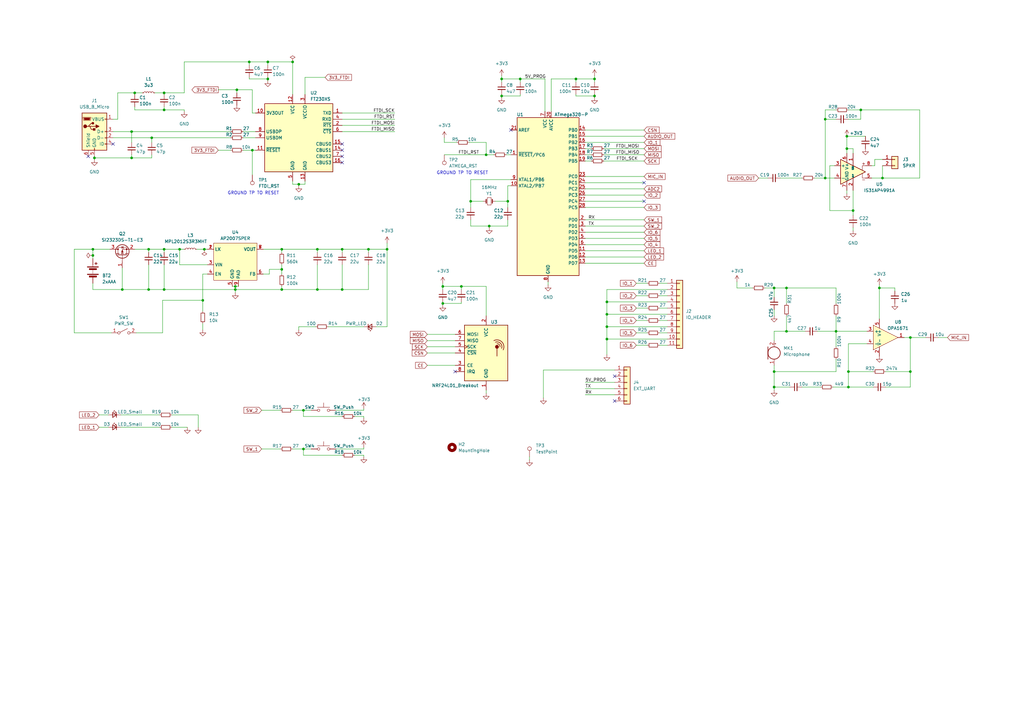
<source format=kicad_sch>
(kicad_sch (version 20231120) (generator "eeschema") (generator_version "8.0")
  (paper "A3")
  (title_block (title "Walkie Talkie") (date "2024-02-25") (rev "A") (company "stojchevski.com"))
  (junction (at 50.165 118.745))
  (junction (at 103.505 61.595))
  (junction (at 53.975 64.77))
  (junction (at 322.58 118.11))
  (junction (at 317.5 152.4))
  (junction (at 373.38 152.4))
  (junction (at 193.04 82.55))
  (junction (at 347.98 158.75))
  (junction (at 124.46 184.15))
  (junction (at 96.52 117.475))
  (junction (at 130.175 102.235))
  (junction (at 248.92 128.905))
  (junction (at 122.555 75.565))
  (junction (at 361.95 73.025))
  (junction (at 115.57 110.49))
  (junction (at 60.96 102.235))
  (junction (at 115.57 102.235))
  (junction (at 248.92 139.065))
  (junction (at 83.185 123.19))
  (junction (at 120.015 25.4))
  (junction (at 248.92 133.985))
  (junction (at 322.58 135.89))
  (junction (at 67.31 45.085))
  (junction (at 38.1 104.775))
  (junction (at 317.5 118.11))
  (junction (at 243.84 39.37))
  (junction (at 83.82 102.235))
  (junction (at 97.155 36.83))
  (junction (at 140.335 102.235))
  (junction (at 130.175 118.745))
  (junction (at 342.9 135.89))
  (junction (at 338.455 48.895))
  (junction (at 205.74 39.37))
  (junction (at 373.38 138.43))
  (junction (at 317.5 158.75))
  (junction (at 38.735 64.77))
  (junction (at 236.22 32.385))
  (junction (at 349.885 86.36))
  (junction (at 102.235 25.4))
  (junction (at 158.75 102.235))
  (junction (at 109.855 32.385))
  (junction (at 347.98 152.4))
  (junction (at 73.66 102.235))
  (junction (at 200.66 92.71))
  (junction (at 151.13 102.235))
  (junction (at 347.345 60.96))
  (junction (at 115.57 118.745))
  (junction (at 213.36 32.385))
  (junction (at 67.31 102.235))
  (junction (at 338.455 73.025))
  (junction (at 189.23 117.475))
  (junction (at 109.855 25.4))
  (junction (at 124.46 168.275))
  (junction (at 248.92 123.825))
  (junction (at 140.335 118.745))
  (junction (at 208.28 82.55))
  (junction (at 67.31 38.1))
  (junction (at 62.23 56.515))
  (junction (at 347.345 55.88))
  (junction (at 181.61 117.475))
  (junction (at 53.975 53.975))
  (junction (at 67.31 118.745))
  (junction (at 360.68 118.11))
  (junction (at 205.74 32.385))
  (junction (at 353.06 45.085))
  (junction (at 55.245 38.1))
  (junction (at 199.39 63.5))
  (junction (at 243.84 32.385))
  (junction (at 96.52 118.745))
  (junction (at 60.96 118.745))
  (junction (at 181.61 124.46))
  (junction (at 38.1 102.235))
  (no_connect (at 186.69 152.4))
  (no_connect (at 140.335 59.055))
  (no_connect (at 140.335 66.675))
  (no_connect (at 264.16 74.93))
  (no_connect (at 252.095 154.305))
  (no_connect (at 252.095 164.465))
  (no_connect (at 46.355 59.055))
  (no_connect (at 140.335 61.595))
  (no_connect (at 264.16 82.55))
  (no_connect (at 209.55 53.34))
  (no_connect (at 36.195 64.135))
  (no_connect (at 140.335 64.135))
  (wire (pts (xy 338.455 45.085) (xy 342.9 45.085)))
  (wire (pts (xy 347.345 60.96) (xy 347.345 62.865)))
  (wire (pts (xy 55.245 45.085) (xy 67.31 45.085)))
  (wire (pts (xy 199.39 58.42) (xy 199.39 63.5)))
  (wire (pts (xy 317.5 149.86) (xy 317.5 152.4)))
  (wire (pts (xy 110.49 112.395) (xy 107.95 112.395)))
  (wire (pts (xy 248.92 133.985) (xy 248.92 139.065)))
  (wire (pts (xy 240.03 66.04) (xy 242.57 66.04)))
  (wire (pts (xy 83.185 127.635) (xy 83.185 123.19)))
  (wire (pts (xy 240.03 58.42) (xy 264.16 58.42)))
  (wire (pts (xy 349.885 86.36) (xy 349.885 78.105)))
  (wire (pts (xy 247.65 60.96) (xy 264.16 60.96)))
  (wire (pts (xy 205.74 31.115) (xy 205.74 32.385)))
  (wire (pts (xy 373.38 152.4) (xy 373.38 138.43)))
  (wire (pts (xy 149.225 167.64) (xy 149.225 168.275)))
  (wire (pts (xy 317.5 135.89) (xy 322.58 135.89)))
  (wire (pts (xy 248.92 128.905) (xy 273.685 128.905)))
  (wire (pts (xy 115.57 117.475) (xy 115.57 118.745)))
  (wire (pts (xy 81.28 170.18) (xy 81.28 175.26)))
  (wire (pts (xy 107.315 184.15) (xy 114.935 184.15)))
  (wire (pts (xy 358.14 158.75) (xy 347.98 158.75)))
  (wire (pts (xy 38.1 102.235) (xy 45.085 102.235)))
  (wire (pts (xy 317.5 118.11) (xy 317.5 121.92)))
  (wire (pts (xy 73.66 102.235) (xy 73.66 108.585)))
  (wire (pts (xy 205.74 39.37) (xy 205.74 40.005)))
  (wire (pts (xy 302.26 118.11) (xy 308.61 118.11)))
  (wire (pts (xy 347.98 48.895) (xy 353.06 48.895)))
  (wire (pts (xy 99.695 56.515) (xy 104.775 56.515)))
  (wire (pts (xy 124.46 186.69) (xy 140.335 186.69)))
  (wire (pts (xy 208.28 92.71) (xy 200.66 92.71)))
  (wire (pts (xy 338.455 48.895) (xy 342.9 48.895)))
  (wire (pts (xy 240.03 60.96) (xy 242.57 60.96)))
  (wire (pts (xy 205.74 32.385) (xy 205.74 33.655)))
  (wire (pts (xy 240.03 63.5) (xy 242.57 63.5)))
  (wire (pts (xy 66.675 136.525) (xy 66.675 123.19)))
  (wire (pts (xy 70.485 170.18) (xy 81.28 170.18)))
  (wire (pts (xy 347.345 55.88) (xy 347.345 60.96)))
  (wire (pts (xy 97.155 36.83) (xy 97.155 38.1)))
  (wire (pts (xy 97.155 36.83) (xy 103.505 36.83)))
  (wire (pts (xy 205.74 39.37) (xy 213.36 39.37)))
  (wire (pts (xy 264.16 72.39) (xy 240.03 72.39)))
  (wire (pts (xy 358.775 67.945) (xy 357.505 67.945)))
  (wire (pts (xy 240.03 161.925) (xy 252.095 161.925)))
  (wire (pts (xy 205.74 32.385) (xy 213.36 32.385)))
  (wire (pts (xy 209.55 76.2) (xy 208.28 76.2)))
  (wire (pts (xy 151.13 102.235) (xy 158.75 102.235)))
  (wire (pts (xy 149.225 170.815) (xy 149.225 171.45)))
  (wire (pts (xy 182.245 58.42) (xy 187.325 58.42)))
  (wire (pts (xy 151.13 102.235) (xy 151.13 103.505)))
  (wire (pts (xy 145.415 186.69) (xy 149.225 186.69)))
  (wire (pts (xy 83.185 132.715) (xy 83.185 135.255)))
  (wire (pts (xy 240.03 85.09) (xy 264.16 85.09)))
  (wire (pts (xy 149.225 186.69) (xy 149.225 187.325)))
  (wire (pts (xy 107.315 168.275) (xy 114.935 168.275)))
  (wire (pts (xy 181.61 117.475) (xy 189.23 117.475)))
  (wire (pts (xy 53.975 53.975) (xy 53.975 58.42)))
  (wire (pts (xy 208.28 82.55) (xy 203.2 82.55)))
  (wire (pts (xy 342.9 118.11) (xy 342.9 124.46)))
  (wire (pts (xy 240.03 74.93) (xy 264.16 74.93)))
  (wire (pts (xy 53.975 64.77) (xy 38.735 64.77)))
  (wire (pts (xy 223.52 32.385) (xy 223.52 45.72)))
  (wire (pts (xy 89.535 36.83) (xy 97.155 36.83)))
  (wire (pts (xy 96.52 117.475) (xy 97.79 117.475)))
  (wire (pts (xy 373.38 158.75) (xy 363.22 158.75)))
  (wire (pts (xy 248.92 123.825) (xy 248.92 128.905)))
  (wire (pts (xy 175.26 144.78) (xy 186.69 144.78)))
  (wire (pts (xy 207.645 63.5) (xy 209.55 63.5)))
  (wire (pts (xy 46.355 53.975) (xy 53.975 53.975)))
  (wire (pts (xy 347.98 152.4) (xy 347.98 158.75)))
  (wire (pts (xy 60.96 102.235) (xy 67.31 102.235)))
  (wire (pts (xy 120.015 74.295) (xy 120.015 75.565)))
  (wire (pts (xy 247.65 63.5) (xy 264.16 63.5)))
  (wire (pts (xy 240.03 102.87) (xy 264.16 102.87)))
  (wire (pts (xy 340.36 86.36) (xy 349.885 86.36)))
  (wire (pts (xy 347.345 78.105) (xy 347.345 79.375)))
  (wire (pts (xy 115.57 118.745) (xy 130.175 118.745)))
  (wire (pts (xy 354.965 55.88) (xy 347.345 55.88)))
  (wire (pts (xy 49.53 175.26) (xy 65.405 175.26)))
  (wire (pts (xy 361.95 67.945) (xy 361.95 73.025)))
  (wire (pts (xy 189.23 117.475) (xy 189.23 118.745)))
  (wire (pts (xy 349.885 86.36) (xy 349.885 88.265)))
  (wire (pts (xy 243.84 31.115) (xy 243.84 32.385)))
  (wire (pts (xy 67.31 45.085) (xy 75.565 45.085)))
  (wire (pts (xy 48.26 38.1) (xy 48.26 48.895)))
  (wire (pts (xy 342.9 129.54) (xy 342.9 135.89)))
  (wire (pts (xy 355.6 140.97) (xy 347.98 140.97)))
  (wire (pts (xy 341.63 158.75) (xy 347.98 158.75)))
  (wire (pts (xy 240.03 53.34) (xy 264.16 53.34)))
  (wire (pts (xy 124.46 184.15) (xy 127.635 184.15)))
  (wire (pts (xy 240.03 105.41) (xy 264.16 105.41)))
  (wire (pts (xy 96.52 118.745) (xy 96.52 120.015)))
  (wire (pts (xy 361.95 73.025) (xy 357.505 73.025)))
  (wire (pts (xy 317.5 158.75) (xy 323.85 158.75)))
  (wire (pts (xy 240.03 80.01) (xy 264.16 80.01)))
  (wire (pts (xy 322.58 129.54) (xy 322.58 135.89)))
  (wire (pts (xy 373.38 138.43) (xy 379.73 138.43)))
  (wire (pts (xy 50.165 109.855) (xy 50.165 118.745)))
  (wire (pts (xy 338.455 48.895) (xy 338.455 45.085)))
  (wire (pts (xy 96.52 118.745) (xy 115.57 118.745)))
  (wire (pts (xy 373.38 152.4) (xy 373.38 158.75)))
  (wire (pts (xy 62.23 56.515) (xy 62.23 58.42)))
  (wire (pts (xy 60.96 108.585) (xy 60.96 118.745)))
  (wire (pts (xy 99.695 53.975) (xy 104.775 53.975)))
  (wire (pts (xy 317.5 139.7) (xy 317.5 135.89)))
  (wire (pts (xy 124.46 184.15) (xy 124.46 186.69)))
  (wire (pts (xy 247.65 66.04) (xy 264.16 66.04)))
  (wire (pts (xy 240.03 107.95) (xy 264.16 107.95)))
  (wire (pts (xy 96.52 118.745) (xy 96.52 117.475)))
  (wire (pts (xy 115.57 102.235) (xy 115.57 103.505)))
  (wire (pts (xy 122.555 133.985) (xy 122.555 135.255)))
  (wire (pts (xy 181.61 117.475) (xy 181.61 118.745)))
  (wire (pts (xy 83.82 102.235) (xy 85.09 102.235)))
  (wire (pts (xy 347.98 140.97) (xy 347.98 152.4)))
  (wire (pts (xy 377.19 73.025) (xy 361.95 73.025)))
  (wire (pts (xy 199.39 117.475) (xy 199.39 129.54)))
  (wire (pts (xy 209.55 73.66) (xy 193.04 73.66)))
  (wire (pts (xy 175.26 137.16) (xy 186.69 137.16)))
  (wire (pts (xy 140.335 48.895) (xy 161.925 48.895)))
  (wire (pts (xy 55.245 38.1) (xy 55.245 38.735)))
  (wire (pts (xy 349.885 62.865) (xy 349.885 60.96)))
  (wire (pts (xy 49.53 170.18) (xy 65.405 170.18)))
  (wire (pts (xy 67.31 118.745) (xy 96.52 118.745)))
  (wire (pts (xy 30.48 136.525) (xy 45.72 136.525)))
  (wire (pts (xy 48.26 48.895) (xy 46.355 48.895)))
  (wire (pts (xy 124.46 170.815) (xy 140.335 170.815)))
  (wire (pts (xy 125.095 31.75) (xy 125.095 38.735)))
  (wire (pts (xy 347.98 45.085) (xy 353.06 45.085)))
  (wire (pts (xy 62.23 64.77) (xy 53.975 64.77)))
  (wire (pts (xy 67.31 108.585) (xy 67.31 118.745)))
  (wire (pts (xy 240.03 92.71) (xy 264.16 92.71)))
  (wire (pts (xy 213.36 32.385) (xy 223.52 32.385)))
  (wire (pts (xy 120.015 184.15) (xy 124.46 184.15)))
  (wire (pts (xy 270.51 116.205) (xy 273.685 116.205)))
  (wire (pts (xy 338.455 48.895) (xy 338.455 73.025)))
  (wire (pts (xy 95.25 117.475) (xy 96.52 117.475)))
  (wire (pts (xy 125.095 74.295) (xy 125.095 75.565)))
  (wire (pts (xy 213.36 39.37) (xy 213.36 38.735)))
  (wire (pts (xy 181.61 116.205) (xy 181.61 117.475)))
  (wire (pts (xy 342.9 135.89) (xy 355.6 135.89)))
  (wire (pts (xy 248.92 139.065) (xy 248.92 145.415)))
  (wire (pts (xy 349.885 60.96) (xy 347.345 60.96)))
  (wire (pts (xy 317.5 158.75) (xy 317.5 160.02)))
  (wire (pts (xy 66.675 123.19) (xy 83.185 123.19)))
  (wire (pts (xy 75.565 38.1) (xy 75.565 25.4)))
  (wire (pts (xy 75.565 25.4) (xy 102.235 25.4)))
  (wire (pts (xy 89.535 61.595) (xy 94.615 61.595)))
  (wire (pts (xy 67.31 38.1) (xy 75.565 38.1)))
  (wire (pts (xy 38.1 118.745) (xy 50.165 118.745)))
  (wire (pts (xy 240.03 82.55) (xy 264.16 82.55)))
  (wire (pts (xy 240.03 159.385) (xy 252.095 159.385)))
  (wire (pts (xy 140.335 51.435) (xy 161.925 51.435)))
  (wire (pts (xy 199.39 63.5) (xy 202.565 63.5)))
  (wire (pts (xy 130.175 118.745) (xy 140.335 118.745)))
  (wire (pts (xy 317.5 127) (xy 317.5 129.54)))
  (wire (pts (xy 73.66 102.235) (xy 75.565 102.235)))
  (wire (pts (xy 38.1 116.205) (xy 38.1 118.745)))
  (wire (pts (xy 270.51 136.525) (xy 273.685 136.525)))
  (wire (pts (xy 102.235 25.4) (xy 109.855 25.4)))
  (wire (pts (xy 124.46 168.275) (xy 127.635 168.275)))
  (wire (pts (xy 30.48 102.235) (xy 30.48 136.525)))
  (wire (pts (xy 67.31 102.235) (xy 67.31 103.505)))
  (wire (pts (xy 313.69 118.11) (xy 317.5 118.11)))
  (wire (pts (xy 46.355 56.515) (xy 62.23 56.515)))
  (wire (pts (xy 193.04 82.55) (xy 198.12 82.55)))
  (wire (pts (xy 80.645 102.235) (xy 83.82 102.235)))
  (wire (pts (xy 149.225 183.515) (xy 149.225 184.15)))
  (wire (pts (xy 342.9 152.4) (xy 342.9 147.32)))
  (wire (pts (xy 115.57 102.235) (xy 130.175 102.235)))
  (wire (pts (xy 109.855 25.4) (xy 109.855 26.67)))
  (wire (pts (xy 53.975 53.975) (xy 94.615 53.975)))
  (wire (pts (xy 133.35 31.75) (xy 125.095 31.75)))
  (wire (pts (xy 260.985 121.285) (xy 265.43 121.285)))
  (wire (pts (xy 240.03 77.47) (xy 264.16 77.47)))
  (wire (pts (xy 130.175 102.235) (xy 130.175 103.505)))
  (wire (pts (xy 175.26 149.86) (xy 186.69 149.86)))
  (wire (pts (xy 205.74 38.735) (xy 205.74 39.37)))
  (wire (pts (xy 236.22 32.385) (xy 236.22 33.655)))
  (wire (pts (xy 154.305 133.985) (xy 158.75 133.985)))
  (wire (pts (xy 226.06 32.385) (xy 226.06 45.72)))
  (wire (pts (xy 384.81 138.43) (xy 388.62 138.43)))
  (wire (pts (xy 273.685 118.745) (xy 248.92 118.745)))
  (wire (pts (xy 240.03 97.79) (xy 264.16 97.79)))
  (wire (pts (xy 115.57 110.49) (xy 115.57 112.395)))
  (wire (pts (xy 103.505 61.595) (xy 103.505 71.755)))
  (wire (pts (xy 75.565 45.72) (xy 75.565 45.085)))
  (wire (pts (xy 103.505 46.355) (xy 104.775 46.355)))
  (wire (pts (xy 124.46 168.275) (xy 124.46 170.815)))
  (wire (pts (xy 270.51 131.445) (xy 273.685 131.445)))
  (wire (pts (xy 236.22 39.37) (xy 236.22 38.735)))
  (wire (pts (xy 193.04 82.55) (xy 193.04 85.09)))
  (wire (pts (xy 40.64 170.18) (xy 44.45 170.18)))
  (wire (pts (xy 102.235 32.385) (xy 109.855 32.385)))
  (wire (pts (xy 320.04 73.025) (xy 328.93 73.025)))
  (wire (pts (xy 373.38 138.43) (xy 370.84 138.43)))
  (wire (pts (xy 149.225 168.275) (xy 137.795 168.275)))
  (wire (pts (xy 129.54 133.985) (xy 122.555 133.985)))
  (wire (pts (xy 55.245 43.815) (xy 55.245 45.085)))
  (wire (pts (xy 189.23 124.46) (xy 189.23 123.825)))
  (wire (pts (xy 53.975 63.5) (xy 53.975 64.77)))
  (wire (pts (xy 193.04 73.66) (xy 193.04 82.55)))
  (wire (pts (xy 347.98 152.4) (xy 358.14 152.4)))
  (wire (pts (xy 260.985 126.365) (xy 265.43 126.365)))
  (wire (pts (xy 140.335 46.355) (xy 161.925 46.355)))
  (wire (pts (xy 248.92 139.065) (xy 273.685 139.065)))
  (wire (pts (xy 334.01 73.025) (xy 338.455 73.025)))
  (wire (pts (xy 182.245 56.515) (xy 182.245 58.42)))
  (wire (pts (xy 50.165 118.745) (xy 60.96 118.745)))
  (wire (pts (xy 182.245 63.5) (xy 199.39 63.5)))
  (wire (pts (xy 248.92 118.745) (xy 248.92 123.825)))
  (wire (pts (xy 353.06 48.895) (xy 353.06 45.085)))
  (wire (pts (xy 222.885 151.765) (xy 222.885 163.195)))
  (wire (pts (xy 30.48 102.235) (xy 38.1 102.235)))
  (wire (pts (xy 73.66 108.585) (xy 85.09 108.585)))
  (wire (pts (xy 107.95 102.235) (xy 115.57 102.235)))
  (wire (pts (xy 60.96 102.235) (xy 60.96 103.505)))
  (wire (pts (xy 260.985 141.605) (xy 265.43 141.605)))
  (wire (pts (xy 248.92 128.905) (xy 248.92 133.985)))
  (wire (pts (xy 317.5 152.4) (xy 342.9 152.4)))
  (wire (pts (xy 243.84 39.37) (xy 243.84 40.005)))
  (wire (pts (xy 311.15 73.025) (xy 314.96 73.025)))
  (wire (pts (xy 158.75 99.695) (xy 158.75 102.235)))
  (wire (pts (xy 248.92 123.825) (xy 273.685 123.825)))
  (wire (pts (xy 200.66 92.71) (xy 200.66 93.345)))
  (wire (pts (xy 103.505 36.83) (xy 103.505 46.355)))
  (wire (pts (xy 240.03 100.33) (xy 264.16 100.33)))
  (wire (pts (xy 99.695 61.595) (xy 103.505 61.595)))
  (wire (pts (xy 109.855 32.385) (xy 109.855 31.75)))
  (wire (pts (xy 38.1 104.775) (xy 38.1 106.045)))
  (wire (pts (xy 140.335 108.585) (xy 140.335 118.745)))
  (wire (pts (xy 360.68 118.11) (xy 360.68 130.81)))
  (wire (pts (xy 193.04 92.71) (xy 200.66 92.71)))
  (wire (pts (xy 63.5 38.1) (xy 67.31 38.1)))
  (wire (pts (xy 358.775 65.405) (xy 358.775 67.945)))
  (wire (pts (xy 140.335 102.235) (xy 140.335 103.505)))
  (wire (pts (xy 367.03 118.11) (xy 360.68 118.11)))
  (wire (pts (xy 252.095 151.765) (xy 222.885 151.765)))
  (wire (pts (xy 322.58 135.89) (xy 330.2 135.89)))
  (wire (pts (xy 353.06 45.085) (xy 377.19 45.085)))
  (wire (pts (xy 115.57 108.585) (xy 115.57 110.49)))
  (wire (pts (xy 175.26 139.7) (xy 186.69 139.7)))
  (wire (pts (xy 125.095 75.565) (xy 122.555 75.565)))
  (wire (pts (xy 62.23 56.515) (xy 94.615 56.515)))
  (wire (pts (xy 38.1 102.235) (xy 38.1 104.775)))
  (wire (pts (xy 175.26 142.24) (xy 186.69 142.24)))
  (wire (pts (xy 192.405 58.42) (xy 199.39 58.42)))
  (wire (pts (xy 67.31 38.1) (xy 67.31 38.735)))
  (wire (pts (xy 120.015 25.4) (xy 120.015 38.735)))
  (wire (pts (xy 120.015 168.275) (xy 124.46 168.275)))
  (wire (pts (xy 55.245 38.1) (xy 58.42 38.1)))
  (wire (pts (xy 338.455 73.025) (xy 342.265 73.025)))
  (wire (pts (xy 270.51 121.285) (xy 273.685 121.285)))
  (wire (pts (xy 83.185 112.395) (xy 85.09 112.395)))
  (wire (pts (xy 38.735 64.77) (xy 38.735 65.405)))
  (wire (pts (xy 240.03 55.88) (xy 264.16 55.88)))
  (wire (pts (xy 189.23 117.475) (xy 199.39 117.475)))
  (wire (pts (xy 361.95 65.405) (xy 358.775 65.405)))
  (wire (pts (xy 322.58 118.11) (xy 322.58 124.46)))
  (wire (pts (xy 55.245 102.235) (xy 60.96 102.235)))
  (wire (pts (xy 317.5 152.4) (xy 317.5 158.75)))
  (wire (pts (xy 240.03 95.25) (xy 264.16 95.25)))
  (wire (pts (xy 260.985 136.525) (xy 265.43 136.525)))
  (wire (pts (xy 208.28 90.17) (xy 208.28 92.71)))
  (wire (pts (xy 342.265 67.945) (xy 340.36 67.945)))
  (wire (pts (xy 140.335 53.975) (xy 161.925 53.975)))
  (wire (pts (xy 193.04 90.17) (xy 193.04 92.71)))
  (wire (pts (xy 38.735 64.135) (xy 38.735 64.77)))
  (wire (pts (xy 115.57 110.49) (xy 110.49 110.49)))
  (wire (pts (xy 236.22 32.385) (xy 226.06 32.385)))
  (wire (pts (xy 248.92 133.985) (xy 273.685 133.985)))
  (wire (pts (xy 40.64 175.26) (xy 44.45 175.26)))
  (wire (pts (xy 151.13 118.745) (xy 140.335 118.745)))
  (wire (pts (xy 151.13 108.585) (xy 151.13 118.745)))
  (wire (pts (xy 363.22 152.4) (xy 373.38 152.4)))
  (wire (pts (xy 60.96 118.745) (xy 67.31 118.745)))
  (wire (pts (xy 48.26 38.1) (xy 55.245 38.1)))
  (wire (pts (xy 335.28 135.89) (xy 342.9 135.89)))
  (wire (pts (xy 120.015 75.565) (xy 122.555 75.565)))
  (wire (pts (xy 302.26 115.57) (xy 302.26 118.11)))
  (wire (pts (xy 243.84 38.735) (xy 243.84 39.37)))
  (wire (pts (xy 67.31 102.235) (xy 73.66 102.235)))
  (wire (pts (xy 62.23 63.5) (xy 62.23 64.77)))
  (wire (pts (xy 224.79 115.57) (xy 224.79 116.84)))
  (wire (pts (xy 240.03 156.845) (xy 252.095 156.845)))
  (wire (pts (xy 149.225 184.15) (xy 137.795 184.15)))
  (wire (pts (xy 110.49 110.49) (xy 110.49 112.395)))
  (wire (pts (xy 103.505 61.595) (xy 104.775 61.595)))
  (wire (pts (xy 377.19 45.085) (xy 377.19 73.025)))
  (wire (pts (xy 181.61 123.825) (xy 181.61 124.46)))
  (wire (pts (xy 55.88 136.525) (xy 66.675 136.525)))
  (wire (pts (xy 340.36 67.945) (xy 340.36 86.36)))
  (wire (pts (xy 349.885 93.345) (xy 349.885 94.615)))
  (wire (pts (xy 67.31 43.815) (xy 67.31 45.085)))
  (wire (pts (xy 109.855 25.4) (xy 120.015 25.4)))
  (wire (pts (xy 243.84 32.385) (xy 243.84 33.655)))
  (wire (pts (xy 181.61 124.46) (xy 181.61 125.095)))
  (wire (pts (xy 260.985 131.445) (xy 265.43 131.445)))
  (wire (pts (xy 208.28 82.55) (xy 208.28 85.09)))
  (wire (pts (xy 208.28 76.2) (xy 208.28 82.55)))
  (wire (pts (xy 213.36 32.385) (xy 213.36 33.655)))
  (wire (pts (xy 342.9 142.24) (xy 342.9 135.89)))
  (wire (pts (xy 130.175 108.585) (xy 130.175 118.745)))
  (wire (pts (xy 240.03 90.17) (xy 264.16 90.17)))
  (wire (pts (xy 181.61 124.46) (xy 189.23 124.46)))
  (wire (pts (xy 270.51 141.605) (xy 273.685 141.605)))
  (wire (pts (xy 260.985 116.205) (xy 265.43 116.205)))
  (wire (pts (xy 328.93 158.75) (xy 336.55 158.75)))
  (wire (pts (xy 270.51 126.365) (xy 273.685 126.365)))
  (wire (pts (xy 122.555 76.2) (xy 122.555 75.565)))
  (wire (pts (xy 360.68 116.84) (xy 360.68 118.11)))
  (wire (pts (xy 145.415 170.815) (xy 149.225 170.815)))
  (wire (pts (xy 130.175 102.235) (xy 140.335 102.235)))
  (wire (pts (xy 317.5 118.11) (xy 322.58 118.11)))
  (wire (pts (xy 102.235 25.4) (xy 102.235 26.67)))
  (wire (pts (xy 322.58 118.11) (xy 342.9 118.11)))
  (wire (pts (xy 134.62 133.985) (xy 149.225 133.985)))
  (wire (pts (xy 70.485 175.26) (xy 76.835 175.26)))
  (wire (pts (xy 243.84 39.37) (xy 236.22 39.37)))
  (wire (pts (xy 217.17 187.325) (xy 217.17 188.595)))
  (wire (pts (xy 158.75 102.235) (xy 158.75 133.985)))
  (wire (pts (xy 199.39 160.02) (xy 199.39 161.29)))
  (wire (pts (xy 83.185 123.19) (xy 83.185 112.395)))
  (wire (pts (xy 109.855 32.385) (xy 109.855 33.02)))
  (wire (pts (xy 140.335 102.235) (xy 151.13 102.235)))
  (wire (pts (xy 102.235 31.75) (xy 102.235 32.385)))
  (wire (pts (xy 243.84 32.385) (xy 236.22 32.385)))
  (wire (pts (xy 367.03 119.38) (xy 367.03 118.11)))
  (text "GROUND TP TO RESET" (at 93.345 80.01 0) (effects (font (size 1.27 1.27)) (justify left bottom)))
  (text "GROUND TP TO RESET" (at 179.07 71.755 0) (effects (font (size 1.27 1.27)) (justify left bottom)))
  (label "FTDI_MOSI" (at 262.255 60.96 180))
  (label "RX" (at 240.03 161.925 0))
  (label "5V_PROG" (at 240.03 156.845 0))
  (label "FTDI_MOSI" (at 161.925 51.435 180))
  (label "FTDI_MISO" (at 161.925 53.975 180))
  (label "FTDI_MISO" (at 262.255 63.5 180))
  (label "FTDI_RST" (at 187.96 63.5 0))
  (label "FTDI_SCK" (at 161.925 46.355 180))
  (label "TX" (at 240.03 159.385 0))
  (label "RX" (at 241.3 90.17 0))
  (label "FTDI_SCK" (at 261.62 66.04 180))
  (label "TX" (at 241.3 92.71 0))
  (label "5V_PROG" (at 215.265 32.385 0))
  (label "FTDI_RST" (at 161.925 48.895 180))
  (global_label "MOSI" (shape input) (at 175.26 137.16 180) (property "Intersheetrefs" "${INTERSHEET_REFS}" (effects (hide yes))))
  (global_label "LED_2" (shape input) (at 40.64 170.18 180) (property "Intersheetrefs" "${INTERSHEET_REFS}" (effects (hide yes))))
  (global_label "LED_2" (shape input) (at 264.16 105.41 0) (property "Intersheetrefs" "${INTERSHEET_REFS}" (effects (hide yes))))
  (global_label "MISO" (shape input) (at 175.26 139.7 180) (property "Intersheetrefs" "${INTERSHEET_REFS}" (effects (hide yes))))
  (global_label "IO_6" (shape input) (at 260.985 141.605 180) (property "Intersheetrefs" "${INTERSHEET_REFS}" (effects (hide yes))))
  (global_label "IO_1" (shape input) (at 264.16 58.42 0) (property "Intersheetrefs" "${INTERSHEET_REFS}" (effects (hide yes))))
  (global_label "IO_4" (shape input) (at 264.16 100.33 0) (property "Intersheetrefs" "${INTERSHEET_REFS}" (effects (hide yes))))
  (global_label "IO_5" (shape input) (at 264.16 97.79 0) (property "Intersheetrefs" "${INTERSHEET_REFS}" (effects (hide yes))))
  (global_label "CE" (shape input) (at 175.26 149.86 180) (property "Intersheetrefs" "${INTERSHEET_REFS}" (effects (hide yes))))
  (global_label "3V3_FTDI" (shape input) (at 133.35 31.75 0) (property "Intersheetrefs" "${INTERSHEET_REFS}" (effects (hide yes))))
  (global_label "IO_6" (shape input) (at 264.16 95.25 0) (property "Intersheetrefs" "${INTERSHEET_REFS}" (effects (hide yes))))
  (global_label "ADC2" (shape input) (at 264.16 77.47 0) (property "Intersheetrefs" "${INTERSHEET_REFS}" (effects (hide yes))))
  (global_label "IO_1" (shape input) (at 260.985 116.205 180) (property "Intersheetrefs" "${INTERSHEET_REFS}" (effects (hide yes))))
  (global_label "AUDIO_OUT" (shape input) (at 264.16 55.88 0) (property "Intersheetrefs" "${INTERSHEET_REFS}" (effects (hide yes))))
  (global_label "MISO" (shape input) (at 264.16 63.5 0) (property "Intersheetrefs" "${INTERSHEET_REFS}" (effects (hide yes))))
  (global_label "AUDIO_OUT" (shape input) (at 311.15 73.025 180) (property "Intersheetrefs" "${INTERSHEET_REFS}" (effects (hide yes))))
  (global_label "CSN" (shape input) (at 264.16 53.34 0) (property "Intersheetrefs" "${INTERSHEET_REFS}" (effects (hide yes))))
  (global_label "SW_1" (shape input) (at 264.16 90.17 0) (property "Intersheetrefs" "${INTERSHEET_REFS}" (effects (hide yes))))
  (global_label "IO_3" (shape input) (at 260.985 126.365 180) (property "Intersheetrefs" "${INTERSHEET_REFS}" (effects (hide yes))))
  (global_label "CSN" (shape input) (at 175.26 144.78 180) (property "Intersheetrefs" "${INTERSHEET_REFS}" (effects (hide yes))))
  (global_label "IO_4" (shape input) (at 260.985 131.445 180) (property "Intersheetrefs" "${INTERSHEET_REFS}" (effects (hide yes))))
  (global_label "SCK" (shape input) (at 175.26 142.24 180) (property "Intersheetrefs" "${INTERSHEET_REFS}" (effects (hide yes))))
  (global_label "IO_3" (shape input) (at 264.16 85.09 0) (property "Intersheetrefs" "${INTERSHEET_REFS}" (effects (hide yes))))
  (global_label "CE" (shape input) (at 264.16 107.95 0) (property "Intersheetrefs" "${INTERSHEET_REFS}" (effects (hide yes))))
  (global_label "SW_2" (shape input) (at 264.16 92.71 0) (property "Intersheetrefs" "${INTERSHEET_REFS}" (effects (hide yes))))
  (global_label "3V3_FTDI" (shape input) (at 89.535 61.595 180) (property "Intersheetrefs" "${INTERSHEET_REFS}" (effects (hide yes))))
  (global_label "SCK" (shape input) (at 264.16 66.04 0) (property "Intersheetrefs" "${INTERSHEET_REFS}" (effects (hide yes))))
  (global_label "IO_2" (shape input) (at 260.985 121.285 180) (property "Intersheetrefs" "${INTERSHEET_REFS}" (effects (hide yes))))
  (global_label "IO_2" (shape input) (at 264.16 80.01 0) (property "Intersheetrefs" "${INTERSHEET_REFS}" (effects (hide yes))))
  (global_label "IO_5" (shape input) (at 260.985 136.525 180) (property "Intersheetrefs" "${INTERSHEET_REFS}" (effects (hide yes))))
  (global_label "SW_1" (shape input) (at 107.315 184.15 180) (property "Intersheetrefs" "${INTERSHEET_REFS}" (effects (hide yes))))
  (global_label "MIC_IN" (shape input) (at 264.16 72.39 0) (property "Intersheetrefs" "${INTERSHEET_REFS}" (effects (hide yes))))
  (global_label "MIC_IN" (shape input) (at 388.62 138.43 0) (property "Intersheetrefs" "${INTERSHEET_REFS}" (effects (hide yes))))
  (global_label "LED_1" (shape input) (at 40.64 175.26 180) (property "Intersheetrefs" "${INTERSHEET_REFS}" (effects (hide yes))))
  (global_label "SW_2" (shape input) (at 107.315 168.275 180) (property "Intersheetrefs" "${INTERSHEET_REFS}" (effects (hide yes))))
  (global_label "3V3_FTDI" (shape output) (at 89.535 36.83 180) (property "Intersheetrefs" "${INTERSHEET_REFS}" (effects (hide yes))))
  (global_label "LED_1" (shape input) (at 264.16 102.87 0) (property "Intersheetrefs" "${INTERSHEET_REFS}" (effects (hide yes))))
  (global_label "MOSI" (shape input) (at 264.16 60.96 0) (property "Intersheetrefs" "${INTERSHEET_REFS}" (effects (hide yes))))
  (symbol (lib_id "power:GND") (at 243.84 40.005 0) (mirror y) (unit 1)
    (property "Reference" "#PWR012" (effects (hide yes)))
    (property "Value" "GND" (at 243.84 45.085 0))
  )
  (symbol (lib_id "power:GND") (at 367.03 124.46 0) (unit 1)
    (property "Reference" "#PWR033" (effects (hide yes)))
    (property "Value" "GND" (effects (hide yes)))
  )
  (symbol (lib_id "power:GND") (at 75.565 45.72 0) (unit 1)
    (property "Reference" "#PWR02" (effects (hide yes)))
    (property "Value" "GND" (at 75.565 50.8 0))
  )
  (symbol (lib_id "Device:C_Small") (at 205.74 36.195 0) (unit 1)
    (property "Reference" "C8" (at 207.645 34.925 0) (effects (justify left)))
    (property "Value" "4u7" (at 207.645 37.465 0) (effects (justify left)))
    (property "Footprint" "Capacitor_SMD:C_0805_2012Metric" (effects (hide yes)))
  )
  (symbol (lib_id "power:PWR_FLAG") (at 120.015 25.4 0) (unit 1)
    (property "Reference" "#FLG03" (effects (hide yes)))
    (property "Value" "PWR_FLAG" (effects (hide yes)))
  )
  (symbol (lib_id "Device:R_Small") (at 245.11 63.5 90) (unit 1)
    (property "Reference" "R7" (at 241.935 62.23 90))
    (property "Value" "27" (at 248.92 62.23 90))
    (property "Footprint" "Resistor_SMD:R_0603_1608Metric" (effects (hide yes)))
  )
  (symbol (lib_id "power:GND") (at 96.52 120.015 0) (unit 1)
    (property "Reference" "#PWR020" (effects (hide yes)))
    (property "Value" "GND" (effects (hide yes)))
  )
  (symbol (lib_id "Device:Crystal_Small") (at 200.66 82.55 180) (unit 1)
    (property "Reference" "Y1" (at 200.66 79.375 0))
    (property "Value" "16MHz" (at 200.66 76.835 0))
    (property "Footprint" "Crystal:Crystal_SMD_HC49-SD" (effects (hide yes)))
  )
  (symbol (lib_id "Device:R_Small") (at 189.865 58.42 90) (unit 1)
    (property "Reference" "R5" (at 186.69 57.15 90))
    (property "Value" "10k" (at 193.675 57.15 90))
    (property "Footprint" "Resistor_SMD:R_0603_1608Metric" (effects (hide yes)))
  )
  (symbol (lib_id "Device:LED_Small") (at 46.99 170.18 0) (mirror y) (unit 1)
    (property "Reference" "D1" (at 43.815 168.91 0))
    (property "Value" "LED_Small" (at 53.34 168.91 0))
    (property "Footprint" "LED_SMD:LED_0805_2012Metric" (effects (hide yes)))
  )
  (symbol (lib_id "Device:L_Small") (at 60.96 38.1 90) (unit 1)
    (property "Reference" "L1" (at 60.96 32.385 90))
    (property "Value" "3u3" (at 60.96 34.925 90))
    (property "Footprint" "Inductor_SMD:L_0805_2012Metric" (effects (hide yes)))
  )
  (symbol (lib_id "Device:C_Small") (at 332.74 135.89 90) (unit 1)
    (property "Reference" "C27" (at 330.835 134.62 90) (effects (justify left)))
    (property "Value" "1u" (at 334.01 134.62 90) (effects (justify right)))
    (property "Footprint" "Capacitor_SMD:C_0805_2012Metric" (effects (hide yes)))
  )
  (symbol (lib_id "power:+3V3") (at 182.245 56.515 0) (unit 1)
    (property "Reference" "#PWR09" (effects (hide yes)))
    (property "Value" "+3V3" (at 182.245 51.435 0))
  )
  (symbol (lib_id "Device:C_Small") (at 208.28 87.63 0) (unit 1)
    (property "Reference" "C12" (at 202.565 86.36 0) (effects (justify left)))
    (property "Value" "22p" (at 202.565 88.9 0) (effects (justify left)))
    (property "Footprint" "Capacitor_SMD:C_0603_1608Metric" (effects (hide yes)))
  )
  (symbol (lib_id "power:GND") (at 354.965 60.96 0) (unit 1)
    (property "Reference" "#PWR029" (effects (hide yes)))
    (property "Value" "GND" (effects (hide yes)))
  )
  (symbol (lib_id "AP2007SPER:AP2007SPER") (at 96.52 107.315 0) (unit 1)
    (property "Reference" "U4" (at 96.52 95.25 0))
    (property "Value" "AP2007SPER" (at 96.52 97.79 0))
    (property "Footprint" "Package_SO:SOIC-8-1EP_3.9x4.9mm_P1.27mm_EP2.41x3.3mm" (effects (hide yes)))
    (property "Datasheet" "https://datasheet.lcsc.com/lcsc/1808311811_Wuxi-Chipown-Micro-electronics-AP2007SPER_C130338.pdf" (effects (hide yes)))
    (property "LCSC" "C130338" (effects (hide yes)))
  )
  (symbol (lib_id "power:GND") (at 38.735 65.405 0) (unit 1)
    (property "Reference" "#PWR01" (effects (hide yes)))
    (property "Value" "GND" (at 38.735 70.485 0))
  )
  (symbol (lib_id "Connector_Generic:Conn_01x06") (at 257.175 156.845 0) (unit 1)
    (property "Reference" "J4" (at 259.715 156.845 0) (effects (justify left)))
    (property "Value" "EXT_UART" (at 259.715 159.385 0) (effects (justify left)))
    (property "Footprint" "Connector_PinHeader_2.54mm:PinHeader_1x06_P2.54mm_Vertical" (effects (hide yes)))
  )
  (symbol (lib_id "power:+3V3") (at 243.84 31.115 0) (unit 1)
    (property "Reference" "#PWR024" (effects (hide yes)))
    (property "Value" "+3V3" (at 243.84 26.035 0))
  )
  (symbol (lib_id "Device:C_Small") (at 130.175 106.045 0) (unit 1)
    (property "Reference" "C16" (at 132.715 104.775 0) (effects (justify left)))
    (property "Value" "22u" (at 132.715 107.315 0) (effects (justify left)))
    (property "Footprint" "Capacitor_SMD:C_0805_2012Metric" (effects (hide yes)))
    (property "LCSC" "C45783" (effects (hide yes)))
  )
  (symbol (lib_id "Device:R_Small") (at 342.9 127 0) (unit 1)
    (property "Reference" "R9" (at 344.17 131.064 90))
    (property "Value" "100k" (at 344.17 122.428 90))
    (property "Footprint" "Resistor_SMD:R_0603_1608Metric" (effects (hide yes)))
  )
  (symbol (lib_id "power:GND") (at 224.79 116.84 0) (unit 1)
    (property "Reference" "#PWR08" (effects (hide yes)))
    (property "Value" "GND" (at 224.79 121.92 0))
  )
  (symbol (lib_id "power:PWR_FLAG") (at 83.82 102.235 180) (unit 1)
    (property "Reference" "#FLG01" (effects (hide yes)))
    (property "Value" "PWR_FLAG" (effects (hide yes)))
  )
  (symbol (lib_id "power:+3V3") (at 149.225 167.64 0) (unit 1)
    (property "Reference" "#PWR025" (effects (hide yes)))
    (property "Value" "+3V3" (at 149.225 163.83 0))
  )
  (symbol (lib_id "power:+3V3") (at 149.225 183.515 0) (unit 1)
    (property "Reference" "#PWR026" (effects (hide yes)))
    (property "Value" "+3V3" (at 149.225 179.705 0))
  )
  (symbol (lib_id "Device:R_Small") (at 360.68 152.4 270) (unit 1)
    (property "Reference" "R32" (at 356.87 151.13 90))
    (property "Value" "247k" (at 365.76 151.13 90))
    (property "Footprint" "Resistor_SMD:R_0603_1608Metric" (effects (hide yes)))
  )
  (symbol (lib_id "Device:R_Small") (at 311.15 118.11 90) (unit 1)
    (property "Reference" "R29" (at 315.214 116.84 90))
    (property "Value" "1k" (at 306.578 116.84 90))
    (property "Footprint" "Resistor_SMD:R_0603_1608Metric" (effects (hide yes)))
  )
  (symbol (lib_id "Mechanical:MountingHole") (at 185.42 183.515 0) (unit 1)
    (property "Reference" "H2" (at 187.96 182.2449 0) (effects (justify left)))
    (property "Value" "MountingHole" (at 187.96 184.7849 0) (effects (justify left)))
    (property "Footprint" "MountingHole:MountingHole_2.2mm_M2_DIN965" (effects (hide yes)))
    (property "Description" "Mounting Hole without connection" (effects (hide yes)))
  )
  (symbol (lib_id "Device:C_Small") (at 53.975 60.96 0) (unit 1)
    (property "Reference" "C4" (at 55.88 59.69 0) (effects (justify left)))
    (property "Value" "47p" (at 55.88 62.23 0) (effects (justify left)))
    (property "Footprint" "Capacitor_SMD:C_0603_1608Metric" (effects (hide yes)))
  )
  (symbol (lib_id "Device:C_Small") (at 189.23 121.285 0) (unit 1)
    (property "Reference" "C21" (at 191.135 120.015 0) (effects (justify left)))
    (property "Value" "100n" (at 191.135 122.555 0) (effects (justify left)))
    (property "Footprint" "Capacitor_SMD:C_0603_1608Metric" (effects (hide yes)))
  )
  (symbol (lib_id "Interface_USB:FT230XS") (at 122.555 56.515 0) (unit 1)
    (property "Reference" "U2" (at 127.2891 38.1 0) (effects (justify left)))
    (property "Value" "FT230XS" (at 127.2891 40.64 0) (effects (justify left)))
    (property "Footprint" "Package_SO:SSOP-16_3.9x4.9mm_P0.635mm" (effects (hide yes)))
    (property "Datasheet" "https://www.ftdichip.com/Support/Documents/DataSheets/ICs/DS_FT230X.pdf" (effects (hide yes)))
  )
  (symbol (lib_id "Device:C_Small") (at 151.13 106.045 0) (unit 1)
    (property "Reference" "C18" (at 154.305 104.7813 0) (effects (justify left)))
    (property "Value" "22u" (at 154.305 107.3213 0) (effects (justify left)))
    (property "Footprint" "Capacitor_SMD:C_0805_2012Metric" (effects (hide yes)))
  )
  (symbol (lib_id "power:GND") (at 122.555 135.255 0) (unit 1)
    (property "Reference" "#PWR021" (effects (hide yes)))
    (property "Value" "GND" (effects (hide yes)))
  )
  (symbol (lib_id "Device:C_Small") (at 382.27 138.43 90) (unit 1)
    (property "Reference" "C29" (at 380.365 137.16 90) (effects (justify left)))
    (property "Value" "10u" (at 383.54 137.16 90) (effects (justify right)))
    (property "Footprint" "Capacitor_SMD:C_0805_2012Metric" (effects (hide yes)))
  )
  (symbol (lib_id "Device:C_Small") (at 62.23 60.96 0) (unit 1)
    (property "Reference" "C5" (at 64.135 59.69 0) (effects (justify left)))
    (property "Value" "47p" (at 64.135 62.23 0) (effects (justify left)))
    (property "Footprint" "Capacitor_SMD:C_0603_1608Metric" (effects (hide yes)))
  )
  (symbol (lib_id "Device:R_Small") (at 331.47 73.025 90) (unit 1)
    (property "Reference" "R27" (at 327.025 71.755 90))
    (property "Value" "20k" (at 335.915 71.755 90))
    (property "Footprint" "Resistor_SMD:R_0603_1608Metric" (effects (hide yes)))
  )
  (symbol (lib_id "Device:C_Small") (at 349.885 90.805 180) (unit 1)
    (property "Reference" "C22" (at 356.235 89.535 0) (effects (justify left)))
    (property "Value" "100n" (at 352.425 92.075 0) (effects (justify right)))
    (property "Footprint" "Capacitor_SMD:C_0603_1608Metric" (effects (hide yes)))
  )
  (symbol (lib_id "Device:R_Small") (at 322.58 127 0) (unit 1)
    (property "Reference" "R31" (at 323.85 122.555 90))
    (property "Value" "4k7" (at 323.85 130.81 90))
    (property "Footprint" "Resistor_SMD:R_0603_1608Metric" (effects (hide yes)))
  )
  (symbol (lib_id "Device:R_Small") (at 117.475 168.275 90) (unit 1)
    (property "Reference" "R15" (at 113.665 167.005 90))
    (property "Value" "27" (at 121.285 167.005 90))
    (property "Footprint" "Resistor_SMD:R_0603_1608Metric" (effects (hide yes)))
  )
  (symbol (lib_id "Device:C_Small") (at 67.31 41.275 0) (unit 1)
    (property "Reference" "C2" (at 69.215 40.005 0) (effects (justify left)))
    (property "Value" "100n" (at 69.215 42.545 0) (effects (justify left)))
    (property "Footprint" "Capacitor_SMD:C_0603_1608Metric" (effects (hide yes)))
  )
  (symbol (lib_id "Device:C_Small") (at 97.155 40.64 0) (unit 1)
    (property "Reference" "C3" (at 90.805 39.37 0) (effects (justify left)))
    (property "Value" "100n" (at 90.805 41.91 0) (effects (justify left)))
    (property "Footprint" "Capacitor_SMD:C_0603_1608Metric" (effects (hide yes)))
  )
  (symbol (lib_id "Device:C_Small") (at 317.5 124.46 180) (unit 1)
    (property "Reference" "C25" (at 316.23 126.365 90) (effects (justify left)))
    (property "Value" "47u" (at 316.23 123.19 90) (effects (justify right)))
    (property "Footprint" "Capacitor_SMD:C_0805_2012Metric" (effects (hide yes)))
  )
  (symbol (lib_id "power:GND") (at 349.885 94.615 0) (unit 1)
    (property "Reference" "#PWR013" (effects (hide yes)))
    (property "Value" "GND" (at 349.885 99.695 0))
  )
  (symbol (lib_id "Switch:SW_Push") (at 132.715 168.275 0) (unit 1)
    (property "Reference" "SW2" (at 127 167.005 0))
    (property "Value" "SW_Push" (at 140.97 167.005 0))
    (property "Footprint" "Button_Switch_THT:SW_Tactile_SPST_Angled_PTS645Vx58-2LFS" (effects (hide yes)))
  )
  (symbol (lib_id "Device:C_Small") (at 326.39 158.75 90) (unit 1)
    (property "Reference" "C31" (at 324.485 157.48 90) (effects (justify left)))
    (property "Value" "10u" (at 327.66 157.48 90) (effects (justify right)))
    (property "Footprint" "Capacitor_SMD:C_0805_2012Metric" (effects (hide yes)))
  )
  (symbol (lib_id "Device:R_Small") (at 267.97 121.285 90) (unit 1)
    (property "Reference" "R22" (at 263.525 120.015 90))
    (property "Value" "27" (at 271.78 120.015 90))
    (property "Footprint" "Resistor_SMD:R_0603_1608Metric" (effects (hide yes)))
  )
  (symbol (lib_id "power:GND") (at 149.225 187.325 0) (unit 1)
    (property "Reference" "#PWR027" (effects (hide yes)))
    (property "Value" "GND" (effects (hide yes)))
  )
  (symbol (lib_id "Device:R_Small") (at 339.09 158.75 270) (unit 1)
    (property "Reference" "R33" (at 335.28 157.48 90))
    (property "Value" "4k9" (at 344.17 157.48 90))
    (property "Footprint" "Resistor_SMD:R_0603_1608Metric" (effects (hide yes)))
  )
  (symbol (lib_id "Device:C_Small") (at 181.61 121.285 0) (unit 1)
    (property "Reference" "C20" (at 183.515 120.015 0) (effects (justify left)))
    (property "Value" "4u7" (at 183.515 122.555 0) (effects (justify left)))
    (property "Footprint" "Capacitor_SMD:C_0805_2012Metric" (effects (hide yes)))
  )
  (symbol (lib_id "Device:R_Small") (at 267.97 126.365 90) (unit 1)
    (property "Reference" "R23" (at 263.525 125.095 90))
    (property "Value" "27" (at 271.78 125.095 90))
    (property "Footprint" "Resistor_SMD:R_0603_1608Metric" (effects (hide yes)))
  )
  (symbol (lib_id "Device:R_Small") (at 245.11 66.04 90) (unit 1)
    (property "Reference" "R6" (at 241.935 64.77 90))
    (property "Value" "27" (at 248.92 64.77 90))
    (property "Footprint" "Resistor_SMD:R_0603_1608Metric" (effects (hide yes)))
  )
  (symbol (lib_name "IS31AP4991-GRLS2_1") (lib_id "Amplifier_Audio:IS31AP4991-GRLS2") (at 349.885 70.485 0) (unit 1)
    (property "Reference" "U5" (at 360.68 75.565 0))
    (property "Value" "IS31AP4991A" (at 360.68 78.105 0))
    (property "Footprint" "Package_SO:SOP-8_3.9x4.9mm_P1.27mm" (effects (hide yes)))
    (property "Datasheet" "https://www.lumissil.com/assets/pdf/core/IS31AP4991A_DS.pdf" (effects (hide yes)))
  )
  (symbol (lib_id "Connector_Generic:Conn_01x02") (at 367.03 65.405 0) (unit 1)
    (property "Reference" "J3" (at 370.205 65.405 0) (effects (justify left)))
    (property "Value" "SPKR" (at 370.205 67.945 0) (effects (justify left)))
    (property "Footprint" "Connector_PinSocket_2.54mm:PinSocket_1x02_P2.54mm_Vertical" (effects (hide yes)))
  )
  (symbol (lib_id "power:GND") (at 347.345 79.375 0) (unit 1)
    (property "Reference" "#PWR023" (effects (hide yes)))
    (property "Value" "GND" (effects (hide yes)))
  )
  (symbol (lib_id "power:GND") (at 200.66 93.345 0) (unit 1)
    (property "Reference" "#PWR017" (effects (hide yes)))
    (property "Value" "GND" (at 200.66 98.425 0))
  )
  (symbol (lib_id "Device:C_Small") (at 317.5 73.025 90) (unit 1)
    (property "Reference" "C19" (at 315.595 71.755 90) (effects (justify left)))
    (property "Value" "100n" (at 318.77 71.755 90) (effects (justify right)))
    (property "Footprint" "Capacitor_SMD:C_0603_1608Metric" (effects (hide yes)))
  )
  (symbol (lib_id "power:GND") (at 122.555 76.2 0) (unit 1)
    (property "Reference" "#PWR06" (effects (hide yes)))
    (property "Value" "GND" (at 122.555 81.28 0))
  )
  (symbol (lib_id "Device:R_Small") (at 132.08 133.985 270) (mirror x) (unit 1)
    (property "Reference" "R14" (at 136.525 132.715 90))
    (property "Value" "100" (at 127.635 132.715 90))
    (property "Footprint" "Resistor_SMD:R_0603_1608Metric" (effects (hide yes)))
    (property "LCSC" "C22775" (effects (hide yes)))
  )
  (symbol (lib_id "Connector:TestPoint") (at 103.505 71.755 180) (unit 1)
    (property "Reference" "TP1" (at 106.045 73.787 0) (effects (justify right)))
    (property "Value" "FTDI_RST" (at 106.045 76.327 0) (effects (justify right)))
    (property "Footprint" "TestPoint:TestPoint_Pad_1.0x1.0mm" (effects (hide yes)))
  )
  (symbol (lib_id "power:GND") (at 248.92 145.415 0) (unit 1)
    (property "Reference" "#PWR031" (effects (hide yes)))
    (property "Value" "GND" (effects (hide yes)))
  )
  (symbol (lib_id "Device:R_Small") (at 205.105 63.5 90) (unit 1)
    (property "Reference" "R4" (at 201.93 62.23 90))
    (property "Value" "27" (at 208.915 62.23 90))
    (property "Footprint" "Resistor_SMD:R_0603_1608Metric" (effects (hide yes)))
  )
  (symbol (lib_id "Device:R_Small") (at 267.97 141.605 90) (unit 1)
    (property "Reference" "R26" (at 263.525 140.335 90))
    (property "Value" "27" (at 271.78 140.335 90))
    (property "Footprint" "Resistor_SMD:R_0603_1608Metric" (effects (hide yes)))
  )
  (symbol (lib_id "power:GND") (at 76.835 175.26 0) (unit 1)
    (property "Reference" "#PWR028" (effects (hide yes)))
    (property "Value" "GND" (effects (hide yes)))
  )
  (symbol (lib_id "Device:R_Small") (at 67.945 170.18 90) (unit 1)
    (property "Reference" "R19" (at 64.135 168.91 90))
    (property "Value" "10k" (at 71.755 168.91 90))
    (property "Footprint" "Resistor_SMD:R_0603_1608Metric" (effects (hide yes)))
  )
  (symbol (lib_id "OPA1671:OPA1671") (at 361.95 138.43 0) (unit 1)
    (property "Reference" "U8" (at 368.3 132.08 0))
    (property "Value" "OPA1671" (at 368.3 134.62 0))
    (property "Footprint" "Package_TO_SOT_SMD:SOT-23-5" (effects (hide yes)))
    (property "Datasheet" "https://www.ti.com/lit/ds/symlink/opa1671.pdf?HQS=dis-dk-null-digikeymode-dsf-pf-null-wwe&ts=1709653802698&ref_url=https%253A%252F%252Fwww.ti.com%252Fgeneral%252Fdocs%252Fsuppproductinfo.tsp%253FdistId%253D10%2526gotoUrl%253Dhttps%253A%252F%252Fwww.ti.com%252Flit%252Fgpn%252Fopa1671" (effects (hide yes)))
    (property "Description" "13-MHz, Low-Noise, Rail-to-Rail, Audio Operational Amplifier" (effects (hide yes)))
  )
  (symbol (lib_id "Device:R_Small") (at 245.11 60.96 90) (unit 1)
    (property "Reference" "R3" (at 241.935 59.69 90))
    (property "Value" "27" (at 248.92 59.69 90))
    (property "Footprint" "Resistor_SMD:R_0603_1608Metric" (effects (hide yes)))
  )
  (symbol (lib_id "Device:R_Small") (at 142.875 186.69 90) (unit 1)
    (property "Reference" "R18" (at 139.065 185.42 90))
    (property "Value" "10k" (at 146.685 185.42 90))
    (property "Footprint" "Resistor_SMD:R_0603_1608Metric" (effects (hide yes)))
  )
  (symbol (lib_id "power:GND") (at 97.155 43.18 0) (unit 1)
    (property "Reference" "#PWR03" (effects (hide yes)))
    (property "Value" "GND" (effects (hide yes)))
  )
  (symbol (lib_id "Device:LED_Small") (at 151.765 133.985 0) (mirror x) (unit 1)
    (property "Reference" "D2" (at 155.575 132.715 0))
    (property "Value" "PWR_LED" (at 146.05 132.715 0))
    (property "Footprint" "LED_SMD:LED_0805_2012Metric" (effects (hide yes)))
    (property "Datasheet" "https://datasheet.lcsc.com/lcsc/2310271814_YONGYUTAI-YLED0805R_C19171391.pdf" (effects (hide yes)))
    (property "LCSC" "C84256" (effects (hide yes)))
  )
  (symbol (lib_id "Device:R_Small") (at 342.9 144.78 180) (unit 1)
    (property "Reference" "R10" (at 344.17 148.844 90))
    (property "Value" "100k" (at 344.17 139.954 90))
    (property "Footprint" "Resistor_SMD:R_0603_1608Metric" (effects (hide yes)))
  )
  (symbol (lib_id "Device:Battery") (at 38.1 111.125 0) (unit 1)
    (property "Reference" "BT2" (at 41.91 113.03 0) (effects (justify left)))
    (property "Value" "2xAAA" (at 41.91 115.57 0) (effects (justify left)))
    (property "Footprint" "WalkieTalkie:BH-AAA-B5AK001" (effects (hide yes)))
    (property "LCSC" "C964882" (effects (hide yes)))
  )
  (symbol (lib_id "Switch:SW_Push") (at 132.715 184.15 0) (unit 1)
    (property "Reference" "SW4" (at 127 182.88 0))
    (property "Value" "SW_Push" (at 140.97 182.88 0))
    (property "Footprint" "Button_Switch_THT:SW_Tactile_SPST_Angled_PTS645Vx58-2LFS" (effects (hide yes)))
  )
  (symbol (lib_id "Device:C_Small") (at 236.22 36.195 0) (mirror y) (unit 1)
    (property "Reference" "C11" (at 234.315 34.925 0) (effects (justify left)))
    (property "Value" "100n" (at 234.315 37.465 0) (effects (justify left)))
    (property "Footprint" "Capacitor_SMD:C_0603_1608Metric" (effects (hide yes)))
  )
  (symbol (lib_id "power:GND") (at 109.855 33.02 0) (unit 1)
    (property "Reference" "#PWR05" (effects (hide yes)))
    (property "Value" "GND" (effects (hide yes)))
  )
  (symbol (lib_id "power:GND") (at 199.39 161.29 0) (unit 1)
    (property "Reference" "#PWR04" (effects (hide yes)))
    (property "Value" "GND" (effects (hide yes)))
  )
  (symbol (lib_id "power:+3V3") (at 205.74 31.115 0) (unit 1)
    (property "Reference" "#PWR07" (effects (hide yes)))
    (property "Value" "+3V3" (at 205.74 26.035 0))
  )
  (symbol (lib_id "Device:C_Small") (at 140.335 106.045 0) (unit 1)
    (property "Reference" "C17" (at 143.51 104.7813 0) (effects (justify left)))
    (property "Value" "22u" (at 143.51 107.3213 0) (effects (justify left)))
    (property "Footprint" "Capacitor_SMD:C_0805_2012Metric" (effects (hide yes)))
    (property "LCSC" "C45783" (effects (hide yes)))
  )
  (symbol (lib_id "power:+3V3") (at 347.345 55.88 0) (unit 1)
    (property "Reference" "#PWR030" (effects (hide yes)))
    (property "Value" "+3V3" (at 351.155 54.61 0))
  )
  (symbol (lib_id "RF:NRF24L01_Breakout") (at 199.39 144.78 0) (unit 1)
    (property "Reference" "U3" (at 201.295 132.08 0) (effects (justify left)))
    (property "Value" "NRF24L01_Breakout" (at 177.165 158.115 0) (effects (justify left)))
    (property "Footprint" "RF_Module:nRF24L01_Breakout" (effects (hide yes)))
    (property "Datasheet" "http://www.nordicsemi.com/eng/content/download/2730/34105/file/nRF24L01_Product_Specification_v2_0.pdf" (effects (hide yes)))
  )
  (symbol (lib_id "power:GND") (at 81.28 175.26 0) (unit 1)
    (property "Reference" "#PWR014" (effects (hide yes)))
    (property "Value" "GND" (effects (hide yes)))
  )
  (symbol (lib_id "Device:R_Small") (at 115.57 106.045 0) (unit 1)
    (property "Reference" "R11" (at 117.475 104.775 0) (effects (justify left)))
    (property "Value" "560k" (at 117.475 107.315 0) (effects (justify left)))
    (property "Footprint" "Resistor_SMD:R_0603_1608Metric" (effects (hide yes)))
    (property "LCSC" "C25602" (effects (hide yes)))
  )
  (symbol (lib_id "Connector_Generic:Conn_01x11") (at 278.765 128.905 0) (unit 1)
    (property "Reference" "J2" (at 281.305 127.635 0) (effects (justify left)))
    (property "Value" "IO_HEADER" (at 281.305 130.175 0) (effects (justify left)))
    (property "Footprint" "Connector_PinSocket_1.27mm:PinSocket_1x11_P1.27mm_Vertical" (effects (hide yes)))
  )
  (symbol (lib_id "power:+3V3") (at 302.26 115.57 0) (unit 1)
    (property "Reference" "#PWR036" (effects (hide yes)))
    (property "Value" "+3V3" (at 302.26 111.125 0))
  )
  (symbol (lib_id "power:GND") (at 181.61 125.095 0) (unit 1)
    (property "Reference" "#PWR019" (effects (hide yes)))
    (property "Value" "GND" (at 181.61 130.175 0))
  )
  (symbol (lib_id "power:PWR_FLAG") (at 38.1 104.775 90) (unit 1)
    (property "Reference" "#FLG02" (effects (hide yes)))
    (property "Value" "PWR_FLAG" (effects (hide yes)))
  )
  (symbol (lib_id "Device:LED_Small") (at 46.99 175.26 0) (mirror y) (unit 1)
    (property "Reference" "D3" (at 43.815 173.99 0))
    (property "Value" "LED_Small" (at 53.34 173.99 0))
    (property "Footprint" "LED_SMD:LED_0805_2012Metric" (effects (hide yes)))
  )
  (symbol (lib_id "Connector:USB_B_Micro") (at 38.735 53.975 0) (unit 1)
    (property "Reference" "J1" (at 38.735 41.275 0))
    (property "Value" "USB_B_Micro" (at 38.735 43.815 0))
    (property "Footprint" "Connector_USB:USB_Micro-B_Amphenol_10118194_Horizontal" (effects (hide yes)))
  )
  (symbol (lib_id "power:+3V3") (at 158.75 99.695 0) (unit 1)
    (property "Reference" "#PWR015" (effects (hide yes)))
    (property "Value" "+3V3" (at 158.75 94.615 0))
  )
  (symbol (lib_id "MCU_Microchip_ATmega:ATmega328-P") (at 224.79 83.82 0) (unit 1)
    (property "Reference" "U1" (at 213.36 46.99 0))
    (property "Value" "ATmega328-P" (at 234.315 46.99 0))
    (property "Footprint" "Package_DIP:DIP-28_W7.62mm" (effects (hide yes)))
    (property "Datasheet" "http://ww1.microchip.com/downloads/en/DeviceDoc/ATmega328_P%20AVR%20MCU%20with%20picoPower%20Technology%20Data%20Sheet%2040001984A.pdf" (effects (hide yes)))
  )
  (symbol (lib_id "Device:Q_PMOS_GSD") (at 50.165 104.775 90) (unit 1)
    (property "Reference" "Q2" (at 50.165 95.885 90))
    (property "Value" "SI2323DS-T1-E3" (at 50.165 98.425 90))
    (property "Footprint" "Package_TO_SOT_SMD:SOT-23" (effects (hide yes)))
    (property "Datasheet" "https://datasheet.lcsc.com/lcsc/1809041421_Vishay-Intertech-SI2323DS-T1-E3_C141511.pdf" (effects (hide yes)))
    (property "LCSC" "C141511" (effects (hide yes)))
  )
  (symbol (lib_id "Device:R_Small") (at 67.945 175.26 90) (unit 1)
    (property "Reference" "R20" (at 64.135 173.99 90))
    (property "Value" "10k" (at 71.755 173.99 90))
    (property "Footprint" "Resistor_SMD:R_0603_1608Metric" (effects (hide yes)))
  )
  (symbol (lib_id "Device:C_Small") (at 367.03 121.92 180) (unit 1)
    (property "Reference" "C26" (at 373.38 120.65 0) (effects (justify left)))
    (property "Value" "1u" (at 369.57 123.19 0) (effects (justify right)))
    (property "Footprint" "Capacitor_SMD:C_0805_2012Metric" (effects (hide yes)))
  )
  (symbol (lib_id "Device:R_Small") (at 267.97 131.445 90) (unit 1)
    (property "Reference" "R24" (at 263.525 130.175 90))
    (property "Value" "27" (at 271.78 130.175 90))
    (property "Footprint" "Resistor_SMD:R_0603_1608Metric" (effects (hide yes)))
  )
  (symbol (lib_id "Device:R_Small") (at 97.155 56.515 90) (unit 1)
    (property "Reference" "R2" (at 93.98 55.245 90))
    (property "Value" "27" (at 100.965 55.245 90))
    (property "Footprint" "Resistor_SMD:R_0603_1608Metric" (effects (hide yes)))
  )
  (symbol (lib_id "Device:C_Small") (at 102.235 29.21 0) (unit 1)
    (property "Reference" "C6" (at 104.14 27.94 0) (effects (justify left)))
    (property "Value" "4u7" (at 104.14 30.48 0) (effects (justify left)))
    (property "Footprint" "Capacitor_SMD:C_0805_2012Metric" (effects (hide yes)))
  )
  (symbol (lib_id "Device:C_Small") (at 345.44 48.895 90) (unit 1)
    (property "Reference" "C23" (at 343.535 47.625 90) (effects (justify left)))
    (property "Value" "100n" (at 346.71 47.625 90) (effects (justify right)))
    (property "Footprint" "Capacitor_SMD:C_0603_1608Metric" (effects (hide yes)))
  )
  (symbol (lib_id "power:+3V3") (at 360.68 116.84 0) (unit 1)
    (property "Reference" "#PWR040" (effects (hide yes)))
    (property "Value" "+3V3" (at 360.68 112.395 0))
  )
  (symbol (lib_id "Device:C_Small") (at 67.31 106.045 0) (unit 1)
    (property "Reference" "C15" (at 69.215 104.775 0) (effects (justify left)))
    (property "Value" "22u" (at 69.215 107.315 0) (effects (justify left)))
    (property "Footprint" "Capacitor_SMD:C_0805_2012Metric" (effects (hide yes)))
    (property "LCSC" "C45783" (effects (hide yes)))
  )
  (symbol (lib_id "power:GND") (at 83.185 135.255 0) (unit 1)
    (property "Reference" "#PWR022" (effects (hide yes)))
    (property "Value" "GND" (effects (hide yes)))
  )
  (symbol (lib_id "Device:C_Small") (at 193.04 87.63 0) (unit 1)
    (property "Reference" "C13" (at 186.69 86.36 0) (effects (justify left)))
    (property "Value" "22p" (at 186.69 88.9 0) (effects (justify left)))
    (property "Footprint" "Capacitor_SMD:C_0603_1608Metric" (effects (hide yes)))
  )
  (symbol (lib_id "Device:R_Small") (at 267.97 116.205 90) (unit 1)
    (property "Reference" "R21" (at 263.525 114.935 90))
    (property "Value" "27" (at 271.78 114.935 90))
    (property "Footprint" "Resistor_SMD:R_0603_1608Metric" (effects (hide yes)))
  )
  (symbol (lib_id "Switch:SW_SPST") (at 50.8 136.525 0) (unit 1)
    (property "Reference" "SW1" (at 50.8 130.175 0))
    (property "Value" "PWR_SW" (at 50.8 132.715 0))
    (property "Footprint" "WalkieTalkie:MS1206" (effects (hide yes)))
    (property "Datasheet" "https://datasheet.lcsc.com/lcsc/2102241737_SHOU-HAN-SK12D07VG6_C2681575.pdf" (effects (hide yes)))
    (property "LCSC" "C2681575" (effects (hide yes)))
  )
  (symbol (lib_id "Device:R_Small") (at 142.875 170.815 90) (unit 1)
    (property "Reference" "R16" (at 139.065 169.545 90))
    (property "Value" "10k" (at 146.685 169.545 90))
    (property "Footprint" "Resistor_SMD:R_0603_1608Metric" (effects (hide yes)))
  )
  (symbol (lib_id "power:GND") (at 205.74 40.005 0) (unit 1)
    (property "Reference" "#PWR011" (effects (hide yes)))
    (property "Value" "GND" (at 205.74 45.085 0))
  )
  (symbol (lib_id "Device:C_Small") (at 109.855 29.21 0) (unit 1)
    (property "Reference" "C7" (at 111.76 27.94 0) (effects (justify left)))
    (property "Value" "100n" (at 111.76 30.48 0) (effects (justify left)))
    (property "Footprint" "Capacitor_SMD:C_0603_1608Metric" (effects (hide yes)))
  )
  (symbol (lib_id "power:GND") (at 317.5 160.02 0) (unit 1)
    (property "Reference" "#PWR037" (effects (hide yes)))
    (property "Value" "GND" (at 317.5 165.1 0))
  )
  (symbol (lib_id "Device:R_Small") (at 115.57 114.935 0) (unit 1)
    (property "Reference" "R12" (at 117.475 113.665 0) (effects (justify left)))
    (property "Value" "100k" (at 117.475 116.205 0) (effects (justify left)))
    (property "Footprint" "Resistor_SMD:R_0603_1608Metric" (effects (hide yes)))
    (property "LCSC" "C25803" (effects (hide yes)))
  )
  (symbol (lib_id "Device:C_Small") (at 213.36 36.195 0) (unit 1)
    (property "Reference" "C9" (at 215.265 34.925 0) (effects (justify left)))
    (property "Value" "100n" (at 215.265 37.465 0) (effects (justify left)))
    (property "Footprint" "Capacitor_SMD:C_0603_1608Metric" (effects (hide yes)))
  )
  (symbol (lib_id "power:+3V3") (at 181.61 116.205 0) (unit 1)
    (property "Reference" "#PWR016" (effects (hide yes)))
    (property "Value" "+3V3" (at 181.61 111.125 0))
  )
  (symbol (lib_id "Device:C_Small") (at 243.84 36.195 0) (mirror y) (unit 1)
    (property "Reference" "C10" (at 241.935 34.925 0) (effects (justify left)))
    (property "Value" "10u" (at 241.935 37.465 0) (effects (justify left)))
    (property "Footprint" "Capacitor_SMD:C_0805_2012Metric" (effects (hide yes)))
  )
  (symbol (lib_id "power:GND") (at 217.17 188.595 0) (unit 1)
    (property "Reference" "#PWR038" (effects (hide yes)))
    (property "Value" "GND" (effects (hide yes)))
  )
  (symbol (lib_id "Device:R_Small") (at 97.155 61.595 90) (unit 1)
    (property "Reference" "R8" (at 93.98 60.325 90))
    (property "Value" "10k" (at 100.965 60.325 90))
    (property "Footprint" "Resistor_SMD:R_0603_1608Metric" (effects (hide yes)))
  )
  (symbol (lib_id "Device:R_Small") (at 117.475 184.15 90) (unit 1)
    (property "Reference" "R17" (at 113.665 182.88 90))
    (property "Value" "27" (at 121.285 182.88 90))
    (property "Footprint" "Resistor_SMD:R_0603_1608Metric" (effects (hide yes)))
  )
  (symbol (lib_id "Device:R_Small") (at 345.44 45.085 90) (unit 1)
    (property "Reference" "R28" (at 341.63 43.815 90))
    (property "Value" "20k" (at 349.25 43.815 90))
    (property "Footprint" "Resistor_SMD:R_0603_1608Metric" (effects (hide yes)))
  )
  (symbol (lib_id "Device:L_Small") (at 78.105 102.235 90) (unit 1)
    (property "Reference" "L3" (at 78.105 96.52 90))
    (property "Value" "MPL2012S3R3MHT" (at 76.2 99.06 90))
    (property "Footprint" "Inductor_SMD:L_0805_2012Metric" (effects (hide yes)))
    (property "Datasheet" "https://datasheet.lcsc.com/lcsc/2304140030_Sunlord-MPL2012S3R3MHT_C98331.pdf" (effects (hide yes)))
  )
  (symbol (lib_id "Device:Microphone") (at 317.5 144.78 0) (unit 1)
    (property "Reference" "MK1" (at 321.31 142.8115 0) (effects (justify left)))
    (property "Value" "Microphone" (at 321.31 145.3515 0) (effects (justify left)))
    (property "Footprint" "WalkieTalkie:CMEJ-0627-42-P" (effects (hide yes)))
  )
  (symbol (lib_id "Device:C_Small") (at 55.245 41.275 0) (unit 1)
    (property "Reference" "C1" (at 57.15 40.005 0) (effects (justify left)))
    (property "Value" "100n" (at 57.15 42.545 0) (effects (justify left)))
    (property "Footprint" "Capacitor_SMD:C_0603_1608Metric" (effects (hide yes)))
  )
  (symbol (lib_id "Connector:TestPoint") (at 182.245 63.5 180) (unit 1)
    (property "Reference" "TP2" (at 184.15 65.532 0) (effects (justify right)))
    (property "Value" "ATMEGA_RST" (at 184.15 68.072 0) (effects (justify right)))
    (property "Footprint" "TestPoint:TestPoint_Pad_1.0x1.0mm" (effects (hide yes)))
  )
  (symbol (lib_id "Device:R_Small") (at 267.97 136.525 90) (unit 1)
    (property "Reference" "R25" (at 263.525 135.255 90))
    (property "Value" "27" (at 271.78 135.255 90))
    (property "Footprint" "Resistor_SMD:R_0603_1608Metric" (effects (hide yes)))
  )
  (symbol (lib_id "Connector:TestPoint") (at 217.17 187.325 0) (unit 1)
    (property "Reference" "TP3" (at 219.71 182.7529 0) (effects (justify left)))
    (property "Value" "TestPoint" (at 219.71 185.2929 0) (effects (justify left)))
    (property "Footprint" "TestPoint:TestPoint_Pad_1.0x1.0mm" (effects (hide yes)))
    (property "Description" "test point" (effects (hide yes)))
  )
  (symbol (lib_id "power:GND") (at 360.68 146.05 0) (unit 1)
    (property "Reference" "#PWR039" (effects (hide yes)))
    (property "Value" "GND" (effects (hide yes)))
  )
  (symbol (lib_id "Device:R_Small") (at 83.185 130.175 0) (unit 1)
    (property "Reference" "R13" (at 85.725 128.905 0) (effects (justify left)))
    (property "Value" "10k" (at 85.725 131.445 0) (effects (justify left)))
    (property "Footprint" "Resistor_SMD:R_0603_1608Metric" (effects (hide yes)))
    (property "LCSC" "C25804" (effects (hide yes)))
  )
  (symbol (lib_id "Device:C_Small") (at 60.96 106.045 0) (unit 1)
    (property "Reference" "C14" (at 62.865 104.775 0) (effects (justify left)))
    (property "Value" "22u" (at 62.865 107.315 0) (effects (justify left)))
    (property "Footprint" "Capacitor_SMD:C_0805_2012Metric" (effects (hide yes)))
    (property "LCSC" "C45783" (effects (hide yes)))
  )
  (symbol (lib_id "power:GND") (at 222.885 163.195 0) (unit 1)
    (property "Reference" "#PWR018" (effects (hide yes)))
    (property "Value" "GND" (effects (hide yes)))
  )
  (symbol (lib_id "Device:C_Small") (at 354.965 58.42 0) (unit 1)
    (property "Reference" "C24" (at 356.87 57.15 0) (effects (justify left)))
    (property "Value" "4u7" (at 356.87 59.69 0) (effects (justify left)))
    (property "Footprint" "Capacitor_SMD:C_0805_2012Metric" (effects (hide yes)))
  )
  (symbol (lib_id "Device:C_Small") (at 360.68 158.75 90) (unit 1)
    (property "Reference" "C30" (at 358.775 157.48 90) (effects (justify left)))
    (property "Value" "15p" (at 361.95 157.48 90) (effects (justify right)))
    (property "Footprint" "Capacitor_SMD:C_0603_1608Metric" (effects (hide yes)))
  )
  (symbol (lib_id "power:GND") (at 317.5 129.54 0) (unit 1)
    (property "Reference" "#PWR032" (effects (hide yes)))
    (property "Value" "GND" (effects (hide yes)))
  )
  (symbol (lib_id "Device:R_Small") (at 97.155 53.975 90) (unit 1)
    (property "Reference" "R1" (at 93.98 52.705 90))
    (property "Value" "27" (at 100.965 52.705 90))
    (property "Footprint" "Resistor_SMD:R_0603_1608Metric" (effects (hide yes)))
  )
  (symbol (lib_id "power:GND") (at 149.225 171.45 0) (unit 1)
    (property "Reference" "#PWR010" (effects (hide yes)))
    (property "Value" "GND" (effects (hide yes)))
  )
)
</source>
